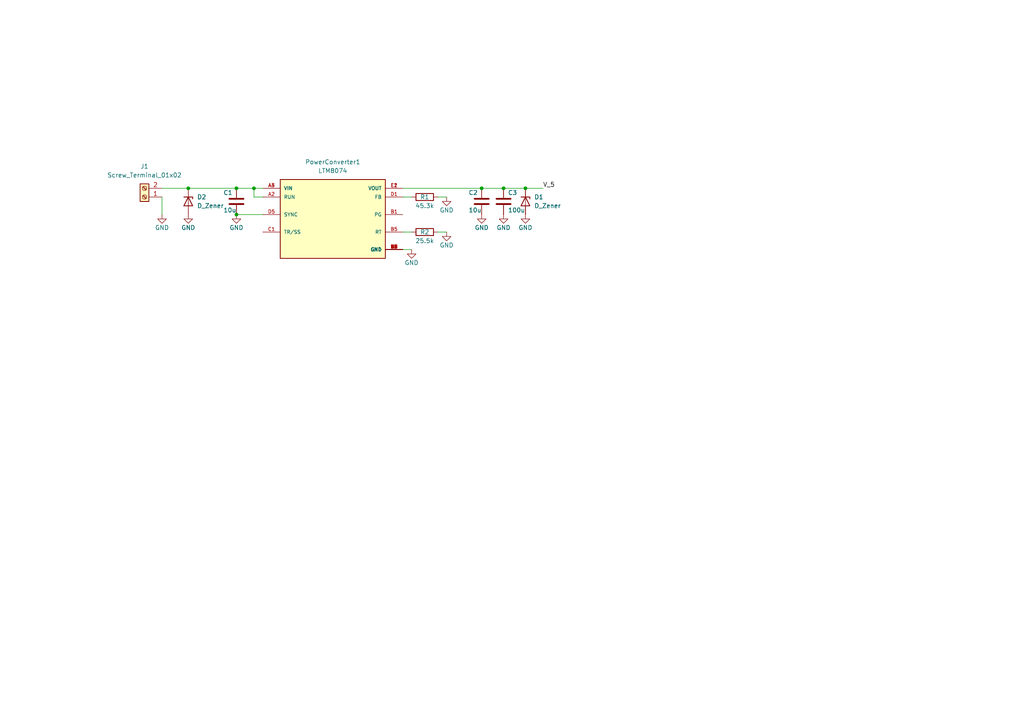
<source format=kicad_sch>
(kicad_sch (version 20230121) (generator eeschema)

  (uuid d02de4a4-f42c-4001-bf99-16a201cd3627)

  (paper "A4")

  (lib_symbols
    (symbol "Connector:Screw_Terminal_01x02" (pin_names (offset 1.016) hide) (in_bom yes) (on_board yes)
      (property "Reference" "J" (at 0 2.54 0)
        (effects (font (size 1.27 1.27)))
      )
      (property "Value" "Screw_Terminal_01x02" (at 0 -5.08 0)
        (effects (font (size 1.27 1.27)))
      )
      (property "Footprint" "" (at 0 0 0)
        (effects (font (size 1.27 1.27)) hide)
      )
      (property "Datasheet" "~" (at 0 0 0)
        (effects (font (size 1.27 1.27)) hide)
      )
      (property "ki_keywords" "screw terminal" (at 0 0 0)
        (effects (font (size 1.27 1.27)) hide)
      )
      (property "ki_description" "Generic screw terminal, single row, 01x02, script generated (kicad-library-utils/schlib/autogen/connector/)" (at 0 0 0)
        (effects (font (size 1.27 1.27)) hide)
      )
      (property "ki_fp_filters" "TerminalBlock*:*" (at 0 0 0)
        (effects (font (size 1.27 1.27)) hide)
      )
      (symbol "Screw_Terminal_01x02_1_1"
        (rectangle (start -1.27 1.27) (end 1.27 -3.81)
          (stroke (width 0.254) (type default))
          (fill (type background))
        )
        (circle (center 0 -2.54) (radius 0.635)
          (stroke (width 0.1524) (type default))
          (fill (type none))
        )
        (polyline
          (pts
            (xy -0.5334 -2.2098)
            (xy 0.3302 -3.048)
          )
          (stroke (width 0.1524) (type default))
          (fill (type none))
        )
        (polyline
          (pts
            (xy -0.5334 0.3302)
            (xy 0.3302 -0.508)
          )
          (stroke (width 0.1524) (type default))
          (fill (type none))
        )
        (polyline
          (pts
            (xy -0.3556 -2.032)
            (xy 0.508 -2.8702)
          )
          (stroke (width 0.1524) (type default))
          (fill (type none))
        )
        (polyline
          (pts
            (xy -0.3556 0.508)
            (xy 0.508 -0.3302)
          )
          (stroke (width 0.1524) (type default))
          (fill (type none))
        )
        (circle (center 0 0) (radius 0.635)
          (stroke (width 0.1524) (type default))
          (fill (type none))
        )
        (pin passive line (at -5.08 0 0) (length 3.81)
          (name "Pin_1" (effects (font (size 1.27 1.27))))
          (number "1" (effects (font (size 1.27 1.27))))
        )
        (pin passive line (at -5.08 -2.54 0) (length 3.81)
          (name "Pin_2" (effects (font (size 1.27 1.27))))
          (number "2" (effects (font (size 1.27 1.27))))
        )
      )
    )
    (symbol "Device:C" (pin_numbers hide) (pin_names (offset 0.254)) (in_bom yes) (on_board yes)
      (property "Reference" "C" (at 0.635 2.54 0)
        (effects (font (size 1.27 1.27)) (justify left))
      )
      (property "Value" "C" (at 0.635 -2.54 0)
        (effects (font (size 1.27 1.27)) (justify left))
      )
      (property "Footprint" "" (at 0.9652 -3.81 0)
        (effects (font (size 1.27 1.27)) hide)
      )
      (property "Datasheet" "~" (at 0 0 0)
        (effects (font (size 1.27 1.27)) hide)
      )
      (property "ki_keywords" "cap capacitor" (at 0 0 0)
        (effects (font (size 1.27 1.27)) hide)
      )
      (property "ki_description" "Unpolarized capacitor" (at 0 0 0)
        (effects (font (size 1.27 1.27)) hide)
      )
      (property "ki_fp_filters" "C_*" (at 0 0 0)
        (effects (font (size 1.27 1.27)) hide)
      )
      (symbol "C_0_1"
        (polyline
          (pts
            (xy -2.032 -0.762)
            (xy 2.032 -0.762)
          )
          (stroke (width 0.508) (type default))
          (fill (type none))
        )
        (polyline
          (pts
            (xy -2.032 0.762)
            (xy 2.032 0.762)
          )
          (stroke (width 0.508) (type default))
          (fill (type none))
        )
      )
      (symbol "C_1_1"
        (pin passive line (at 0 3.81 270) (length 2.794)
          (name "~" (effects (font (size 1.27 1.27))))
          (number "1" (effects (font (size 1.27 1.27))))
        )
        (pin passive line (at 0 -3.81 90) (length 2.794)
          (name "~" (effects (font (size 1.27 1.27))))
          (number "2" (effects (font (size 1.27 1.27))))
        )
      )
    )
    (symbol "Device:D_Zener" (pin_numbers hide) (pin_names (offset 1.016) hide) (in_bom yes) (on_board yes)
      (property "Reference" "D" (at 0 2.54 0)
        (effects (font (size 1.27 1.27)))
      )
      (property "Value" "D_Zener" (at 0 -2.54 0)
        (effects (font (size 1.27 1.27)))
      )
      (property "Footprint" "" (at 0 0 0)
        (effects (font (size 1.27 1.27)) hide)
      )
      (property "Datasheet" "~" (at 0 0 0)
        (effects (font (size 1.27 1.27)) hide)
      )
      (property "ki_keywords" "diode" (at 0 0 0)
        (effects (font (size 1.27 1.27)) hide)
      )
      (property "ki_description" "Zener diode" (at 0 0 0)
        (effects (font (size 1.27 1.27)) hide)
      )
      (property "ki_fp_filters" "TO-???* *_Diode_* *SingleDiode* D_*" (at 0 0 0)
        (effects (font (size 1.27 1.27)) hide)
      )
      (symbol "D_Zener_0_1"
        (polyline
          (pts
            (xy 1.27 0)
            (xy -1.27 0)
          )
          (stroke (width 0) (type default))
          (fill (type none))
        )
        (polyline
          (pts
            (xy -1.27 -1.27)
            (xy -1.27 1.27)
            (xy -0.762 1.27)
          )
          (stroke (width 0.254) (type default))
          (fill (type none))
        )
        (polyline
          (pts
            (xy 1.27 -1.27)
            (xy 1.27 1.27)
            (xy -1.27 0)
            (xy 1.27 -1.27)
          )
          (stroke (width 0.254) (type default))
          (fill (type none))
        )
      )
      (symbol "D_Zener_1_1"
        (pin passive line (at -3.81 0 0) (length 2.54)
          (name "K" (effects (font (size 1.27 1.27))))
          (number "1" (effects (font (size 1.27 1.27))))
        )
        (pin passive line (at 3.81 0 180) (length 2.54)
          (name "A" (effects (font (size 1.27 1.27))))
          (number "2" (effects (font (size 1.27 1.27))))
        )
      )
    )
    (symbol "Device:R" (pin_numbers hide) (pin_names (offset 0)) (in_bom yes) (on_board yes)
      (property "Reference" "R" (at 2.032 0 90)
        (effects (font (size 1.27 1.27)))
      )
      (property "Value" "R" (at 0 0 90)
        (effects (font (size 1.27 1.27)))
      )
      (property "Footprint" "" (at -1.778 0 90)
        (effects (font (size 1.27 1.27)) hide)
      )
      (property "Datasheet" "~" (at 0 0 0)
        (effects (font (size 1.27 1.27)) hide)
      )
      (property "ki_keywords" "R res resistor" (at 0 0 0)
        (effects (font (size 1.27 1.27)) hide)
      )
      (property "ki_description" "Resistor" (at 0 0 0)
        (effects (font (size 1.27 1.27)) hide)
      )
      (property "ki_fp_filters" "R_*" (at 0 0 0)
        (effects (font (size 1.27 1.27)) hide)
      )
      (symbol "R_0_1"
        (rectangle (start -1.016 -2.54) (end 1.016 2.54)
          (stroke (width 0.254) (type default))
          (fill (type none))
        )
      )
      (symbol "R_1_1"
        (pin passive line (at 0 3.81 270) (length 1.27)
          (name "~" (effects (font (size 1.27 1.27))))
          (number "1" (effects (font (size 1.27 1.27))))
        )
        (pin passive line (at 0 -3.81 90) (length 1.27)
          (name "~" (effects (font (size 1.27 1.27))))
          (number "2" (effects (font (size 1.27 1.27))))
        )
      )
    )
    (symbol "LTM8074IY_PBF:LTM8074IY_PBF" (pin_names (offset 1.016)) (in_bom yes) (on_board yes)
      (property "Reference" "U" (at -15.24 13.97 0)
        (effects (font (size 1.27 1.27)) (justify left bottom))
      )
      (property "Value" "LTM8074IY_PBF" (at -15.24 -11.43 0)
        (effects (font (size 1.27 1.27)) (justify left top))
      )
      (property "Footprint" "LTM8074IY_PBF:BGA25C65P5X5_400X400X198N" (at 0 0 0)
        (effects (font (size 1.27 1.27)) (justify bottom) hide)
      )
      (property "Datasheet" "" (at 0 0 0)
        (effects (font (size 1.27 1.27)) hide)
      )
      (property "MF" "Analog Devices" (at 0 0 0)
        (effects (font (size 1.27 1.27)) (justify bottom) hide)
      )
      (property "MAXIMUM_PACKAGE_HEIGHT" "1.98 mm" (at 0 0 0)
        (effects (font (size 1.27 1.27)) (justify bottom) hide)
      )
      (property "Package" "FBGA-25 Linear Technology/Analog Devices" (at 0 0 0)
        (effects (font (size 1.27 1.27)) (justify bottom) hide)
      )
      (property "Price" "None" (at 0 0 0)
        (effects (font (size 1.27 1.27)) (justify bottom) hide)
      )
      (property "Check_prices" "https://www.snapeda.com/parts/LTM8074IY%23PBF/Analog+Devices/view-part/?ref=eda" (at 0 0 0)
        (effects (font (size 1.27 1.27)) (justify bottom) hide)
      )
      (property "STANDARD" "IPC 7351B" (at 0 0 0)
        (effects (font (size 1.27 1.27)) (justify bottom) hide)
      )
      (property "PARTREV" "A" (at 0 0 0)
        (effects (font (size 1.27 1.27)) (justify bottom) hide)
      )
      (property "SnapEDA_Link" "https://www.snapeda.com/parts/LTM8074IY%23PBF/Analog+Devices/view-part/?ref=snap" (at 0 0 0)
        (effects (font (size 1.27 1.27)) (justify bottom) hide)
      )
      (property "MP" "LTM8074IY#PBF" (at 0 0 0)
        (effects (font (size 1.27 1.27)) (justify bottom) hide)
      )
      (property "Purchase-URL" "https://www.snapeda.com/api/url_track_click_mouser/?unipart_id=3103838&manufacturer=Analog Devices&part_name=LTM8074IY#PBF&search_term=None" (at 0 0 0)
        (effects (font (size 1.27 1.27)) (justify bottom) hide)
      )
      (property "Description" "\nNon-Isolated PoL Module DC DC Converter 1 Output 0.8 ~ 12V - - - 1.2A 3.2V - 40V Input\n" (at 0 0 0)
        (effects (font (size 1.27 1.27)) (justify bottom) hide)
      )
      (property "Availability" "In Stock" (at 0 0 0)
        (effects (font (size 1.27 1.27)) (justify bottom) hide)
      )
      (property "MANUFACTURER" "Analog Devices" (at 0 0 0)
        (effects (font (size 1.27 1.27)) (justify bottom) hide)
      )
      (symbol "LTM8074IY_PBF_0_0"
        (rectangle (start -15.24 -10.16) (end 15.24 12.7)
          (stroke (width 0.254) (type default))
          (fill (type background))
        )
        (pin power_in line (at 20.32 -7.62 180) (length 5.08)
          (name "GND" (effects (font (size 1.016 1.016))))
          (number "A1" (effects (font (size 1.016 1.016))))
        )
        (pin input line (at -20.32 7.62 0) (length 5.08)
          (name "RUN" (effects (font (size 1.016 1.016))))
          (number "A2" (effects (font (size 1.016 1.016))))
        )
        (pin input line (at -20.32 10.16 0) (length 5.08)
          (name "VIN" (effects (font (size 1.016 1.016))))
          (number "A3" (effects (font (size 1.016 1.016))))
        )
        (pin input line (at -20.32 10.16 0) (length 5.08)
          (name "VIN" (effects (font (size 1.016 1.016))))
          (number "A4" (effects (font (size 1.016 1.016))))
        )
        (pin power_in line (at 20.32 -7.62 180) (length 5.08)
          (name "GND" (effects (font (size 1.016 1.016))))
          (number "A5" (effects (font (size 1.016 1.016))))
        )
        (pin output line (at 20.32 2.54 180) (length 5.08)
          (name "PG" (effects (font (size 1.016 1.016))))
          (number "B1" (effects (font (size 1.016 1.016))))
        )
        (pin power_in line (at 20.32 -7.62 180) (length 5.08)
          (name "GND" (effects (font (size 1.016 1.016))))
          (number "B2" (effects (font (size 1.016 1.016))))
        )
        (pin power_in line (at 20.32 -7.62 180) (length 5.08)
          (name "GND" (effects (font (size 1.016 1.016))))
          (number "B3" (effects (font (size 1.016 1.016))))
        )
        (pin power_in line (at 20.32 -7.62 180) (length 5.08)
          (name "GND" (effects (font (size 1.016 1.016))))
          (number "B4" (effects (font (size 1.016 1.016))))
        )
        (pin passive line (at 20.32 -2.54 180) (length 5.08)
          (name "RT" (effects (font (size 1.016 1.016))))
          (number "B5" (effects (font (size 1.016 1.016))))
        )
        (pin bidirectional line (at -20.32 -2.54 0) (length 5.08)
          (name "TR/SS" (effects (font (size 1.016 1.016))))
          (number "C1" (effects (font (size 1.016 1.016))))
        )
        (pin power_in line (at 20.32 -7.62 180) (length 5.08)
          (name "GND" (effects (font (size 1.016 1.016))))
          (number "C2" (effects (font (size 1.016 1.016))))
        )
        (pin power_in line (at 20.32 -7.62 180) (length 5.08)
          (name "GND" (effects (font (size 1.016 1.016))))
          (number "C3" (effects (font (size 1.016 1.016))))
        )
        (pin power_in line (at 20.32 -7.62 180) (length 5.08)
          (name "GND" (effects (font (size 1.016 1.016))))
          (number "C4" (effects (font (size 1.016 1.016))))
        )
        (pin power_in line (at 20.32 -7.62 180) (length 5.08)
          (name "GND" (effects (font (size 1.016 1.016))))
          (number "C5" (effects (font (size 1.016 1.016))))
        )
        (pin input line (at 20.32 7.62 180) (length 5.08)
          (name "FB" (effects (font (size 1.016 1.016))))
          (number "D1" (effects (font (size 1.016 1.016))))
        )
        (pin power_in line (at 20.32 -7.62 180) (length 5.08)
          (name "GND" (effects (font (size 1.016 1.016))))
          (number "D2" (effects (font (size 1.016 1.016))))
        )
        (pin power_in line (at 20.32 -7.62 180) (length 5.08)
          (name "GND" (effects (font (size 1.016 1.016))))
          (number "D3" (effects (font (size 1.016 1.016))))
        )
        (pin power_in line (at 20.32 -7.62 180) (length 5.08)
          (name "GND" (effects (font (size 1.016 1.016))))
          (number "D4" (effects (font (size 1.016 1.016))))
        )
        (pin input line (at -20.32 2.54 0) (length 5.08)
          (name "SYNC" (effects (font (size 1.016 1.016))))
          (number "D5" (effects (font (size 1.016 1.016))))
        )
        (pin output line (at 20.32 10.16 180) (length 5.08)
          (name "VOUT" (effects (font (size 1.016 1.016))))
          (number "E1" (effects (font (size 1.016 1.016))))
        )
        (pin output line (at 20.32 10.16 180) (length 5.08)
          (name "VOUT" (effects (font (size 1.016 1.016))))
          (number "E2" (effects (font (size 1.016 1.016))))
        )
        (pin power_in line (at 20.32 -7.62 180) (length 5.08)
          (name "GND" (effects (font (size 1.016 1.016))))
          (number "E3" (effects (font (size 1.016 1.016))))
        )
        (pin power_in line (at 20.32 -7.62 180) (length 5.08)
          (name "GND" (effects (font (size 1.016 1.016))))
          (number "E4" (effects (font (size 1.016 1.016))))
        )
        (pin power_in line (at 20.32 -7.62 180) (length 5.08)
          (name "GND" (effects (font (size 1.016 1.016))))
          (number "E5" (effects (font (size 1.016 1.016))))
        )
      )
    )
    (symbol "power:GND" (power) (pin_names (offset 0)) (in_bom yes) (on_board yes)
      (property "Reference" "#PWR" (at 0 -6.35 0)
        (effects (font (size 1.27 1.27)) hide)
      )
      (property "Value" "GND" (at 0 -3.81 0)
        (effects (font (size 1.27 1.27)))
      )
      (property "Footprint" "" (at 0 0 0)
        (effects (font (size 1.27 1.27)) hide)
      )
      (property "Datasheet" "" (at 0 0 0)
        (effects (font (size 1.27 1.27)) hide)
      )
      (property "ki_keywords" "global power" (at 0 0 0)
        (effects (font (size 1.27 1.27)) hide)
      )
      (property "ki_description" "Power symbol creates a global label with name \"GND\" , ground" (at 0 0 0)
        (effects (font (size 1.27 1.27)) hide)
      )
      (symbol "GND_0_1"
        (polyline
          (pts
            (xy 0 0)
            (xy 0 -1.27)
            (xy 1.27 -1.27)
            (xy 0 -2.54)
            (xy -1.27 -1.27)
            (xy 0 -1.27)
          )
          (stroke (width 0) (type default))
          (fill (type none))
        )
      )
      (symbol "GND_1_1"
        (pin power_in line (at 0 0 270) (length 0) hide
          (name "GND" (effects (font (size 1.27 1.27))))
          (number "1" (effects (font (size 1.27 1.27))))
        )
      )
    )
  )

  (junction (at 146.05 54.61) (diameter 0) (color 0 0 0 0)
    (uuid 4242f119-fda9-44d3-8d0c-b8dde76f4089)
  )
  (junction (at 139.7 54.61) (diameter 0) (color 0 0 0 0)
    (uuid 4c5aba7c-93be-45f7-b05b-5f92fd9fd3c3)
  )
  (junction (at 68.58 62.23) (diameter 0) (color 0 0 0 0)
    (uuid 514b2fb1-f117-4e2a-b318-6c06e89ee516)
  )
  (junction (at 54.61 54.61) (diameter 0) (color 0 0 0 0)
    (uuid 59d620e6-7094-4458-82d0-65fababbec44)
  )
  (junction (at 73.66 54.61) (diameter 0) (color 0 0 0 0)
    (uuid 6296b7af-e8e1-4bea-b5ae-483df7a700d9)
  )
  (junction (at 152.4 54.61) (diameter 0) (color 0 0 0 0)
    (uuid deba2de7-0026-46d8-b3ff-8d4a23b07b7f)
  )
  (junction (at 68.58 54.61) (diameter 0) (color 0 0 0 0)
    (uuid f62a4a36-c02b-4c4c-b041-4d33b149aaf5)
  )

  (wire (pts (xy 119.38 67.31) (xy 116.84 67.31))
    (stroke (width 0) (type default))
    (uuid 059c6ac0-f38b-468e-bd73-f7dbf3313522)
  )
  (wire (pts (xy 157.48 54.61) (xy 152.4 54.61))
    (stroke (width 0) (type default))
    (uuid 11cfa199-d993-43ef-baf2-830303811f11)
  )
  (wire (pts (xy 73.66 54.61) (xy 76.2 54.61))
    (stroke (width 0) (type default))
    (uuid 22cc478c-1f81-4ff7-8d54-d2f505c21833)
  )
  (wire (pts (xy 68.58 62.23) (xy 76.2 62.23))
    (stroke (width 0) (type default))
    (uuid 577696df-d095-47c4-8e79-154bc629de8b)
  )
  (wire (pts (xy 139.7 54.61) (xy 146.05 54.61))
    (stroke (width 0) (type default))
    (uuid 57b53e52-1596-439a-992c-eb6095d3e767)
  )
  (wire (pts (xy 139.7 54.61) (xy 116.84 54.61))
    (stroke (width 0) (type default))
    (uuid 7547c6a8-6569-4683-bcb9-4f39e37e20a5)
  )
  (wire (pts (xy 119.38 72.39) (xy 116.84 72.39))
    (stroke (width 0) (type default))
    (uuid 76e18190-0dcf-48d5-9416-2b33ab9a4204)
  )
  (wire (pts (xy 119.38 57.15) (xy 116.84 57.15))
    (stroke (width 0) (type default))
    (uuid 81c83032-d097-489a-99c5-7fb2b8634889)
  )
  (wire (pts (xy 54.61 54.61) (xy 68.58 54.61))
    (stroke (width 0) (type default))
    (uuid 832d8b46-e7a5-4219-91f2-f7b22cf01a84)
  )
  (wire (pts (xy 146.05 54.61) (xy 152.4 54.61))
    (stroke (width 0) (type default))
    (uuid 8e89cfe1-455e-4e6f-93de-bf2c3ad870f4)
  )
  (wire (pts (xy 46.99 57.15) (xy 46.99 62.23))
    (stroke (width 0) (type default))
    (uuid a2dfbc08-39a2-457a-9c52-6ee6922be3d6)
  )
  (wire (pts (xy 73.66 57.15) (xy 76.2 57.15))
    (stroke (width 0) (type default))
    (uuid aa3888b8-2608-45b2-95e4-482c774cb91f)
  )
  (wire (pts (xy 73.66 54.61) (xy 73.66 57.15))
    (stroke (width 0) (type default))
    (uuid c366e101-85c3-4f95-9867-f6d9186305cc)
  )
  (wire (pts (xy 127 57.15) (xy 129.54 57.15))
    (stroke (width 0) (type default))
    (uuid f01a6fe0-3170-4572-a023-fef9412e14f9)
  )
  (wire (pts (xy 68.58 54.61) (xy 73.66 54.61))
    (stroke (width 0) (type default))
    (uuid f3bce47b-0edf-4d2a-bb5a-07ff0b66aeda)
  )
  (wire (pts (xy 129.54 67.31) (xy 127 67.31))
    (stroke (width 0) (type default))
    (uuid f52d2d64-41f1-4e1a-9183-03ca6359a23d)
  )
  (wire (pts (xy 46.99 54.61) (xy 54.61 54.61))
    (stroke (width 0) (type default))
    (uuid f7411d61-963d-4c62-ae65-f7af7191605e)
  )

  (label "V_5" (at 157.48 54.61 0) (fields_autoplaced)
    (effects (font (size 1.27 1.27)) (justify left bottom))
    (uuid 2c2636b7-4bc4-4bec-a291-560249076c16)
  )

  (symbol (lib_id "Device:C") (at 146.05 58.42 0) (unit 1)
    (in_bom yes) (on_board yes) (dnp no)
    (uuid 055563d4-c3e9-48cb-a795-a185d44f1113)
    (property "Reference" "C3" (at 147.32 55.88 0)
      (effects (font (size 1.27 1.27)) (justify left))
    )
    (property "Value" "100u" (at 147.32 60.96 0)
      (effects (font (size 1.27 1.27)) (justify left))
    )
    (property "Footprint" "Capacitor_SMD:C_1206_3216Metric" (at 147.0152 62.23 0)
      (effects (font (size 1.27 1.27)) hide)
    )
    (property "Datasheet" "~" (at 146.05 58.42 0)
      (effects (font (size 1.27 1.27)) hide)
    )
    (pin "2" (uuid 235cdd6b-cbde-49b9-9fce-c8907a94a59e))
    (pin "1" (uuid 26473aba-dcfd-4c61-9121-c6c579edb0f4))
    (instances
      (project "Low Noise Supply"
        (path "/d02de4a4-f42c-4001-bf99-16a201cd3627"
          (reference "C3") (unit 1)
        )
      )
    )
  )

  (symbol (lib_id "power:GND") (at 119.38 72.39 0) (unit 1)
    (in_bom yes) (on_board yes) (dnp no)
    (uuid 06b82a60-95a5-4861-a0ae-c8e9110b8a2b)
    (property "Reference" "#PWR03" (at 119.38 78.74 0)
      (effects (font (size 1.27 1.27)) hide)
    )
    (property "Value" "GND" (at 119.38 76.2 0)
      (effects (font (size 1.27 1.27)))
    )
    (property "Footprint" "" (at 119.38 72.39 0)
      (effects (font (size 1.27 1.27)) hide)
    )
    (property "Datasheet" "" (at 119.38 72.39 0)
      (effects (font (size 1.27 1.27)) hide)
    )
    (pin "1" (uuid 38aa9e14-11c7-47d8-aada-8ffbd87bdc7c))
    (instances
      (project "Low Noise Supply"
        (path "/d02de4a4-f42c-4001-bf99-16a201cd3627"
          (reference "#PWR03") (unit 1)
        )
      )
    )
  )

  (symbol (lib_id "power:GND") (at 152.4 62.23 0) (unit 1)
    (in_bom yes) (on_board yes) (dnp no)
    (uuid 0bad5086-80b5-47ca-820a-c973f9082f94)
    (property "Reference" "#PWR07" (at 152.4 68.58 0)
      (effects (font (size 1.27 1.27)) hide)
    )
    (property "Value" "GND" (at 152.4 66.04 0)
      (effects (font (size 1.27 1.27)))
    )
    (property "Footprint" "" (at 152.4 62.23 0)
      (effects (font (size 1.27 1.27)) hide)
    )
    (property "Datasheet" "" (at 152.4 62.23 0)
      (effects (font (size 1.27 1.27)) hide)
    )
    (pin "1" (uuid a34bb90d-2124-4df2-8d81-9d5857e03167))
    (instances
      (project "Low Noise Supply"
        (path "/d02de4a4-f42c-4001-bf99-16a201cd3627"
          (reference "#PWR07") (unit 1)
        )
      )
    )
  )

  (symbol (lib_id "LTM8074IY_PBF:LTM8074IY_PBF") (at 96.52 64.77 0) (unit 1)
    (in_bom yes) (on_board yes) (dnp no) (fields_autoplaced)
    (uuid 1c3750ea-8edf-4d4f-a417-83308435746f)
    (property "Reference" "PowerConverter1" (at 96.52 46.99 0)
      (effects (font (size 1.27 1.27)))
    )
    (property "Value" "LTM8074" (at 96.52 49.53 0)
      (effects (font (size 1.27 1.27)))
    )
    (property "Footprint" "LTM8074IY_PBF:BGA25C65P5X5_400X400X198N" (at 96.52 64.77 0)
      (effects (font (size 1.27 1.27)) (justify bottom) hide)
    )
    (property "Datasheet" "" (at 96.52 64.77 0)
      (effects (font (size 1.27 1.27)) hide)
    )
    (property "MF" "Analog Devices" (at 96.52 64.77 0)
      (effects (font (size 1.27 1.27)) (justify bottom) hide)
    )
    (property "MAXIMUM_PACKAGE_HEIGHT" "1.98 mm" (at 96.52 64.77 0)
      (effects (font (size 1.27 1.27)) (justify bottom) hide)
    )
    (property "Package" "FBGA-25 Linear Technology/Analog Devices" (at 96.52 64.77 0)
      (effects (font (size 1.27 1.27)) (justify bottom) hide)
    )
    (property "Price" "None" (at 96.52 64.77 0)
      (effects (font (size 1.27 1.27)) (justify bottom) hide)
    )
    (property "Check_prices" "https://www.snapeda.com/parts/LTM8074IY%23PBF/Analog+Devices/view-part/?ref=eda" (at 96.52 64.77 0)
      (effects (font (size 1.27 1.27)) (justify bottom) hide)
    )
    (property "STANDARD" "IPC 7351B" (at 96.52 64.77 0)
      (effects (font (size 1.27 1.27)) (justify bottom) hide)
    )
    (property "PARTREV" "A" (at 96.52 64.77 0)
      (effects (font (size 1.27 1.27)) (justify bottom) hide)
    )
    (property "SnapEDA_Link" "https://www.snapeda.com/parts/LTM8074IY%23PBF/Analog+Devices/view-part/?ref=snap" (at 96.52 64.77 0)
      (effects (font (size 1.27 1.27)) (justify bottom) hide)
    )
    (property "MP" "LTM8074IY#PBF" (at 96.52 64.77 0)
      (effects (font (size 1.27 1.27)) (justify bottom) hide)
    )
    (property "Purchase-URL" "https://www.snapeda.com/api/url_track_click_mouser/?unipart_id=3103838&manufacturer=Analog Devices&part_name=LTM8074IY#PBF&search_term=None" (at 96.52 64.77 0)
      (effects (font (size 1.27 1.27)) (justify bottom) hide)
    )
    (property "Description" "\nNon-Isolated PoL Module DC DC Converter 1 Output 0.8 ~ 12V - - - 1.2A 3.2V - 40V Input\n" (at 96.52 64.77 0)
      (effects (font (size 1.27 1.27)) (justify bottom) hide)
    )
    (property "Availability" "In Stock" (at 96.52 64.77 0)
      (effects (font (size 1.27 1.27)) (justify bottom) hide)
    )
    (property "MANUFACTURER" "Analog Devices" (at 96.52 64.77 0)
      (effects (font (size 1.27 1.27)) (justify bottom) hide)
    )
    (pin "E5" (uuid f586387b-75a2-44ed-b779-6814902aed1e))
    (pin "B1" (uuid 96892c81-9069-4234-8caa-2ed47aaacb7e))
    (pin "C4" (uuid 6d6f8f72-b7ba-4321-9762-89c972ed2321))
    (pin "A2" (uuid d745fe56-d35b-420a-a70b-dd1dfd4a40ac))
    (pin "E4" (uuid 8f9b7f34-35a3-4e15-8e77-9bbbc34205d5))
    (pin "D5" (uuid 462cf271-6dba-40fe-99bc-290c687d3fe5))
    (pin "C1" (uuid a4afd203-2c1e-43b2-8c1f-3c7036667c32))
    (pin "D2" (uuid 401ee514-d8d9-44dd-986e-1fd641f18001))
    (pin "C5" (uuid 4776f38e-66b7-4421-8028-a9fd238e2f52))
    (pin "A3" (uuid 0b392f3c-5fb0-49dc-8dbb-b6eee0388001))
    (pin "E3" (uuid bd37ec68-4f4e-4d1a-b6f0-a0205910f931))
    (pin "B5" (uuid da267085-ed3b-49a8-a1ae-98afafe34497))
    (pin "E1" (uuid 70693897-bb48-4563-bac5-8c8d44731ee2))
    (pin "C3" (uuid 6ff3834b-d58a-4477-b3b6-c914415fde47))
    (pin "B3" (uuid 5cf48fee-7183-47b8-b230-305ae7af2ba4))
    (pin "A4" (uuid 95059327-7798-4211-803a-bad06dcc2a2f))
    (pin "D1" (uuid e58b2496-9f7d-4478-b5d4-b942ff0302f4))
    (pin "A5" (uuid 53ebb319-a45b-49e7-a8ef-8dd83c123b85))
    (pin "B2" (uuid 320cb54b-5e13-43cf-8b06-f97a9a00bcb6))
    (pin "D4" (uuid 9b59bbf9-1b6b-463e-8aec-6a7229fd5183))
    (pin "E2" (uuid 5fb629df-08e7-4dac-82be-03a3c0e0d0e3))
    (pin "B4" (uuid e7917994-020d-43ed-bb54-11b03b657860))
    (pin "D3" (uuid 6083d685-ba96-4039-8c71-7b0bdfbc5488))
    (pin "C2" (uuid 156e2baa-cc83-468c-ba40-c31bd6a84146))
    (pin "A1" (uuid 42479600-4c1b-4ed0-82c9-95f9e54c8f6e))
    (instances
      (project "Low Noise Supply"
        (path "/d02de4a4-f42c-4001-bf99-16a201cd3627"
          (reference "PowerConverter1") (unit 1)
        )
      )
    )
  )

  (symbol (lib_id "power:GND") (at 129.54 57.15 0) (unit 1)
    (in_bom yes) (on_board yes) (dnp no)
    (uuid 1d41644a-a1f6-4bdb-a5c7-a94e691b9de2)
    (property "Reference" "#PWR04" (at 129.54 63.5 0)
      (effects (font (size 1.27 1.27)) hide)
    )
    (property "Value" "GND" (at 129.54 60.96 0)
      (effects (font (size 1.27 1.27)))
    )
    (property "Footprint" "" (at 129.54 57.15 0)
      (effects (font (size 1.27 1.27)) hide)
    )
    (property "Datasheet" "" (at 129.54 57.15 0)
      (effects (font (size 1.27 1.27)) hide)
    )
    (pin "1" (uuid 4689ad2f-b304-4b88-8baa-2c1f10d6a365))
    (instances
      (project "Low Noise Supply"
        (path "/d02de4a4-f42c-4001-bf99-16a201cd3627"
          (reference "#PWR04") (unit 1)
        )
      )
    )
  )

  (symbol (lib_id "Device:D_Zener") (at 54.61 58.42 270) (unit 1)
    (in_bom yes) (on_board yes) (dnp no) (fields_autoplaced)
    (uuid 389d8fcf-e3c2-4a74-98b9-ee3558c87ca3)
    (property "Reference" "D2" (at 57.15 57.15 90)
      (effects (font (size 1.27 1.27)) (justify left))
    )
    (property "Value" "D_Zener" (at 57.15 59.69 90)
      (effects (font (size 1.27 1.27)) (justify left))
    )
    (property "Footprint" "" (at 54.61 58.42 0)
      (effects (font (size 1.27 1.27)) hide)
    )
    (property "Datasheet" "~" (at 54.61 58.42 0)
      (effects (font (size 1.27 1.27)) hide)
    )
    (pin "2" (uuid f6750066-a694-417f-b502-6c0bf4c1552b))
    (pin "1" (uuid a8bbc1ce-d608-4154-b7d8-97bc2b1a0e50))
    (instances
      (project "Low Noise Supply"
        (path "/d02de4a4-f42c-4001-bf99-16a201cd3627"
          (reference "D2") (unit 1)
        )
      )
    )
  )

  (symbol (lib_id "power:GND") (at 54.61 62.23 0) (unit 1)
    (in_bom yes) (on_board yes) (dnp no)
    (uuid 4ef6bff9-9608-470d-8b48-84729b661705)
    (property "Reference" "#PWR08" (at 54.61 68.58 0)
      (effects (font (size 1.27 1.27)) hide)
    )
    (property "Value" "GND" (at 54.61 66.04 0)
      (effects (font (size 1.27 1.27)))
    )
    (property "Footprint" "" (at 54.61 62.23 0)
      (effects (font (size 1.27 1.27)) hide)
    )
    (property "Datasheet" "" (at 54.61 62.23 0)
      (effects (font (size 1.27 1.27)) hide)
    )
    (pin "1" (uuid 0a6895b6-00dd-48e3-96fb-7870672a1c8a))
    (instances
      (project "Low Noise Supply"
        (path "/d02de4a4-f42c-4001-bf99-16a201cd3627"
          (reference "#PWR08") (unit 1)
        )
      )
    )
  )

  (symbol (lib_id "power:GND") (at 146.05 62.23 0) (unit 1)
    (in_bom yes) (on_board yes) (dnp no)
    (uuid 59d10ed2-2994-4235-9f01-81d203268ebc)
    (property "Reference" "#PWR06" (at 146.05 68.58 0)
      (effects (font (size 1.27 1.27)) hide)
    )
    (property "Value" "GND" (at 146.05 66.04 0)
      (effects (font (size 1.27 1.27)))
    )
    (property "Footprint" "" (at 146.05 62.23 0)
      (effects (font (size 1.27 1.27)) hide)
    )
    (property "Datasheet" "" (at 146.05 62.23 0)
      (effects (font (size 1.27 1.27)) hide)
    )
    (pin "1" (uuid 71c14b3c-3124-4fea-bc04-fa8d2ae2c4c9))
    (instances
      (project "Low Noise Supply"
        (path "/d02de4a4-f42c-4001-bf99-16a201cd3627"
          (reference "#PWR06") (unit 1)
        )
      )
    )
  )

  (symbol (lib_id "Device:D_Zener") (at 152.4 58.42 270) (unit 1)
    (in_bom yes) (on_board yes) (dnp no) (fields_autoplaced)
    (uuid 6d3299ec-5cc0-41c0-ac9f-8dfb8eb67a92)
    (property "Reference" "D1" (at 154.94 57.15 90)
      (effects (font (size 1.27 1.27)) (justify left))
    )
    (property "Value" "D_Zener" (at 154.94 59.69 90)
      (effects (font (size 1.27 1.27)) (justify left))
    )
    (property "Footprint" "" (at 152.4 58.42 0)
      (effects (font (size 1.27 1.27)) hide)
    )
    (property "Datasheet" "~" (at 152.4 58.42 0)
      (effects (font (size 1.27 1.27)) hide)
    )
    (pin "2" (uuid 9896288b-4d46-45ed-b7b8-447c27eccc76))
    (pin "1" (uuid 08e7b398-8737-411f-a246-9a43b581697e))
    (instances
      (project "Low Noise Supply"
        (path "/d02de4a4-f42c-4001-bf99-16a201cd3627"
          (reference "D1") (unit 1)
        )
      )
    )
  )

  (symbol (lib_id "Device:R") (at 123.19 67.31 90) (unit 1)
    (in_bom yes) (on_board yes) (dnp no)
    (uuid 745f1738-61db-4d92-90bf-92ab5990e154)
    (property "Reference" "R2" (at 123.19 67.31 90)
      (effects (font (size 1.27 1.27)))
    )
    (property "Value" "25.5k" (at 123.19 69.85 90)
      (effects (font (size 1.27 1.27)))
    )
    (property "Footprint" "Resistor_SMD:R_0402_1005Metric" (at 123.19 69.088 90)
      (effects (font (size 1.27 1.27)) hide)
    )
    (property "Datasheet" "~" (at 123.19 67.31 0)
      (effects (font (size 1.27 1.27)) hide)
    )
    (pin "1" (uuid d61e3277-b62b-4a37-bb3a-807f7bcc5f01))
    (pin "2" (uuid 9b996f34-b567-4099-afc7-5f4b2968da15))
    (instances
      (project "Low Noise Supply"
        (path "/d02de4a4-f42c-4001-bf99-16a201cd3627"
          (reference "R2") (unit 1)
        )
      )
    )
  )

  (symbol (lib_id "Connector:Screw_Terminal_01x02") (at 41.91 57.15 180) (unit 1)
    (in_bom yes) (on_board yes) (dnp no) (fields_autoplaced)
    (uuid 75c45bc2-9926-4697-b4c4-30230a3bf64c)
    (property "Reference" "J1" (at 41.91 48.26 0)
      (effects (font (size 1.27 1.27)))
    )
    (property "Value" "Screw_Terminal_01x02" (at 41.91 50.8 0)
      (effects (font (size 1.27 1.27)))
    )
    (property "Footprint" "" (at 41.91 57.15 0)
      (effects (font (size 1.27 1.27)) hide)
    )
    (property "Datasheet" "~" (at 41.91 57.15 0)
      (effects (font (size 1.27 1.27)) hide)
    )
    (pin "2" (uuid 7678ea60-196e-490b-88cd-c43f74d28402))
    (pin "1" (uuid 5bb08be6-3080-4923-b069-8ae6accb2865))
    (instances
      (project "Low Noise Supply"
        (path "/d02de4a4-f42c-4001-bf99-16a201cd3627"
          (reference "J1") (unit 1)
        )
      )
    )
  )

  (symbol (lib_id "Device:C") (at 68.58 58.42 0) (unit 1)
    (in_bom yes) (on_board yes) (dnp no)
    (uuid 76a7dfaa-7a05-420d-82a2-9c09f74a2835)
    (property "Reference" "C1" (at 64.77 55.88 0)
      (effects (font (size 1.27 1.27)) (justify left))
    )
    (property "Value" "10u" (at 64.77 60.96 0)
      (effects (font (size 1.27 1.27)) (justify left))
    )
    (property "Footprint" "Capacitor_SMD:C_0603_1608Metric" (at 69.5452 62.23 0)
      (effects (font (size 1.27 1.27)) hide)
    )
    (property "Datasheet" "~" (at 68.58 58.42 0)
      (effects (font (size 1.27 1.27)) hide)
    )
    (pin "1" (uuid 8532a98f-b1a6-47d9-a5e2-0b130f19f8f2))
    (pin "2" (uuid f52f9fcb-5b8e-457f-a8db-8f5c61605566))
    (instances
      (project "Low Noise Supply"
        (path "/d02de4a4-f42c-4001-bf99-16a201cd3627"
          (reference "C1") (unit 1)
        )
      )
    )
  )

  (symbol (lib_id "Device:C") (at 139.7 58.42 0) (unit 1)
    (in_bom yes) (on_board yes) (dnp no)
    (uuid 8903ea41-c0e0-4fbc-a323-d83c1334aca5)
    (property "Reference" "C2" (at 135.89 55.88 0)
      (effects (font (size 1.27 1.27)) (justify left))
    )
    (property "Value" "10u" (at 135.89 60.96 0)
      (effects (font (size 1.27 1.27)) (justify left))
    )
    (property "Footprint" "Capacitor_SMD:C_0603_1608Metric" (at 140.6652 62.23 0)
      (effects (font (size 1.27 1.27)) hide)
    )
    (property "Datasheet" "~" (at 139.7 58.42 0)
      (effects (font (size 1.27 1.27)) hide)
    )
    (pin "1" (uuid d664a337-7b26-4aef-a123-b3a86c653516))
    (pin "2" (uuid ad71f3f1-bf99-4306-b358-083921639819))
    (instances
      (project "Low Noise Supply"
        (path "/d02de4a4-f42c-4001-bf99-16a201cd3627"
          (reference "C2") (unit 1)
        )
      )
    )
  )

  (symbol (lib_id "power:GND") (at 139.7 62.23 0) (unit 1)
    (in_bom yes) (on_board yes) (dnp no)
    (uuid 91819869-27a1-443f-a6ee-8aad5e8e993e)
    (property "Reference" "#PWR02" (at 139.7 68.58 0)
      (effects (font (size 1.27 1.27)) hide)
    )
    (property "Value" "GND" (at 139.7 66.04 0)
      (effects (font (size 1.27 1.27)))
    )
    (property "Footprint" "" (at 139.7 62.23 0)
      (effects (font (size 1.27 1.27)) hide)
    )
    (property "Datasheet" "" (at 139.7 62.23 0)
      (effects (font (size 1.27 1.27)) hide)
    )
    (pin "1" (uuid 4f2b6b7e-d8bb-4546-9903-2b1027e43a47))
    (instances
      (project "Low Noise Supply"
        (path "/d02de4a4-f42c-4001-bf99-16a201cd3627"
          (reference "#PWR02") (unit 1)
        )
      )
    )
  )

  (symbol (lib_id "power:GND") (at 129.54 67.31 0) (unit 1)
    (in_bom yes) (on_board yes) (dnp no)
    (uuid a9f37fdc-8585-43f4-a5ff-e31703280f9b)
    (property "Reference" "#PWR05" (at 129.54 73.66 0)
      (effects (font (size 1.27 1.27)) hide)
    )
    (property "Value" "GND" (at 129.54 71.12 0)
      (effects (font (size 1.27 1.27)))
    )
    (property "Footprint" "" (at 129.54 67.31 0)
      (effects (font (size 1.27 1.27)) hide)
    )
    (property "Datasheet" "" (at 129.54 67.31 0)
      (effects (font (size 1.27 1.27)) hide)
    )
    (pin "1" (uuid e6992d12-8aaa-493d-8fe6-6d7b699a009c))
    (instances
      (project "Low Noise Supply"
        (path "/d02de4a4-f42c-4001-bf99-16a201cd3627"
          (reference "#PWR05") (unit 1)
        )
      )
    )
  )

  (symbol (lib_id "Device:R") (at 123.19 57.15 90) (unit 1)
    (in_bom yes) (on_board yes) (dnp no)
    (uuid b1f9559a-b0d5-4e19-b7ca-988146587f63)
    (property "Reference" "R1" (at 123.19 57.15 90)
      (effects (font (size 1.27 1.27)))
    )
    (property "Value" "45.3k" (at 123.19 59.69 90)
      (effects (font (size 1.27 1.27)))
    )
    (property "Footprint" "Resistor_SMD:R_0603_1608Metric" (at 123.19 58.928 90)
      (effects (font (size 1.27 1.27)) hide)
    )
    (property "Datasheet" "~" (at 123.19 57.15 0)
      (effects (font (size 1.27 1.27)) hide)
    )
    (pin "1" (uuid 09e875a1-7455-4023-845b-884a219986d8))
    (pin "2" (uuid 62a30c19-195e-4dde-9c4a-5bd332e0c40a))
    (instances
      (project "Low Noise Supply"
        (path "/d02de4a4-f42c-4001-bf99-16a201cd3627"
          (reference "R1") (unit 1)
        )
      )
    )
  )

  (symbol (lib_id "power:GND") (at 46.99 62.23 0) (unit 1)
    (in_bom yes) (on_board yes) (dnp no)
    (uuid edecdefd-c22f-46dc-920f-4da2e9d70bbf)
    (property "Reference" "#PWR09" (at 46.99 68.58 0)
      (effects (font (size 1.27 1.27)) hide)
    )
    (property "Value" "GND" (at 46.99 66.04 0)
      (effects (font (size 1.27 1.27)))
    )
    (property "Footprint" "" (at 46.99 62.23 0)
      (effects (font (size 1.27 1.27)) hide)
    )
    (property "Datasheet" "" (at 46.99 62.23 0)
      (effects (font (size 1.27 1.27)) hide)
    )
    (pin "1" (uuid bb4f85d2-cd21-400a-95d3-6580852f9f75))
    (instances
      (project "Low Noise Supply"
        (path "/d02de4a4-f42c-4001-bf99-16a201cd3627"
          (reference "#PWR09") (unit 1)
        )
      )
    )
  )

  (symbol (lib_id "power:GND") (at 68.58 62.23 0) (unit 1)
    (in_bom yes) (on_board yes) (dnp no)
    (uuid ff5580b3-a72a-4051-8af2-0f7a2aa1b6e0)
    (property "Reference" "#PWR01" (at 68.58 68.58 0)
      (effects (font (size 1.27 1.27)) hide)
    )
    (property "Value" "GND" (at 68.58 66.04 0)
      (effects (font (size 1.27 1.27)))
    )
    (property "Footprint" "" (at 68.58 62.23 0)
      (effects (font (size 1.27 1.27)) hide)
    )
    (property "Datasheet" "" (at 68.58 62.23 0)
      (effects (font (size 1.27 1.27)) hide)
    )
    (pin "1" (uuid b17e024e-86c1-493b-874f-9c216555a5de))
    (instances
      (project "Low Noise Supply"
        (path "/d02de4a4-f42c-4001-bf99-16a201cd3627"
          (reference "#PWR01") (unit 1)
        )
      )
    )
  )

  (sheet_instances
    (path "/" (page "1"))
  )
)

</source>
